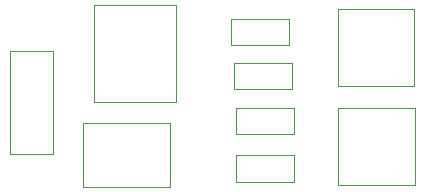
<source format=gbr>
%TF.GenerationSoftware,KiCad,Pcbnew,(5.1.10)-1*%
%TF.CreationDate,2021-05-24T22:05:53+05:30*%
%TF.ProjectId,DAY3_PCB,44415933-5f50-4434-922e-6b696361645f,rev?*%
%TF.SameCoordinates,Original*%
%TF.FileFunction,Other,User*%
%FSLAX46Y46*%
G04 Gerber Fmt 4.6, Leading zero omitted, Abs format (unit mm)*
G04 Created by KiCad (PCBNEW (5.1.10)-1) date 2021-05-24 22:05:53*
%MOMM*%
%LPD*%
G01*
G04 APERTURE LIST*
%ADD10C,0.050000*%
G04 APERTURE END LIST*
D10*
%TO.C,D1*%
X172875000Y-89000000D02*
X166425000Y-89000000D01*
X172875000Y-95500000D02*
X172875000Y-89000000D01*
X166425000Y-95500000D02*
X172875000Y-95500000D01*
X166425000Y-89000000D02*
X166425000Y-95500000D01*
%TO.C,D2*%
X172800000Y-80600000D02*
X166350000Y-80600000D01*
X172800000Y-87100000D02*
X172800000Y-80600000D01*
X166350000Y-87100000D02*
X172800000Y-87100000D01*
X166350000Y-80600000D02*
X166350000Y-87100000D01*
%TO.C,D3*%
X157337500Y-81430000D02*
X162237500Y-81430000D01*
X157337500Y-83670000D02*
X157337500Y-81430000D01*
X162237500Y-83670000D02*
X157337500Y-83670000D01*
X162237500Y-81430000D02*
X162237500Y-83670000D01*
%TO.C,J1*%
X142250001Y-84175001D02*
X138650001Y-84175001D01*
X142250001Y-92825001D02*
X142250001Y-84175001D01*
X138650001Y-92825001D02*
X142250001Y-92825001D01*
X138650001Y-84175001D02*
X138650001Y-92825001D01*
%TO.C,R1*%
X157750000Y-92980000D02*
X162650000Y-92980000D01*
X157750000Y-95220000D02*
X157750000Y-92980000D01*
X162650000Y-95220000D02*
X157750000Y-95220000D01*
X162650000Y-92980000D02*
X162650000Y-95220000D01*
%TO.C,R2*%
X162650000Y-88955000D02*
X162650000Y-91195000D01*
X162650000Y-91195000D02*
X157750000Y-91195000D01*
X157750000Y-91195000D02*
X157750000Y-88955000D01*
X157750000Y-88955000D02*
X162650000Y-88955000D01*
%TO.C,R3*%
X157550000Y-85155000D02*
X162450000Y-85155000D01*
X157550000Y-87395000D02*
X157550000Y-85155000D01*
X162450000Y-87395000D02*
X157550000Y-87395000D01*
X162450000Y-85155000D02*
X162450000Y-87395000D01*
%TO.C,RV1*%
X152650000Y-80235000D02*
X145750000Y-80235000D01*
X152650000Y-88435000D02*
X152650000Y-80235000D01*
X145750000Y-88435000D02*
X152650000Y-88435000D01*
X145750000Y-80235000D02*
X145750000Y-88435000D01*
%TO.C,U1*%
X144775000Y-95665000D02*
X152175000Y-95665000D01*
X144775000Y-90265000D02*
X144775000Y-95665000D01*
X152175000Y-90265000D02*
X144775000Y-90265000D01*
X152175000Y-95665000D02*
X152175000Y-90265000D01*
%TD*%
M02*

</source>
